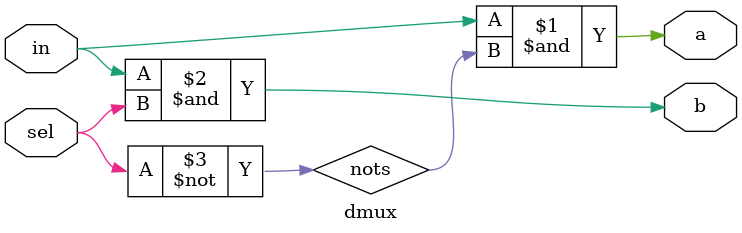
<source format=v>

/**
 * Dmultiplexor.  
 * {a,b} = {in,0} if sel == 0
 *         {0,in} if sel == 1
 *
 * Adapted from "The Elements of Computer Systems" 
 * by Nisan and Schocken, MIT Press.
 *
 */

module dmux(
  output a, b,
  input in, sel);
  
  not
    not0(nots, sel);
    
  and
    and0(a, in, nots),
    and1(b, in, sel);
endmodule
  
</source>
